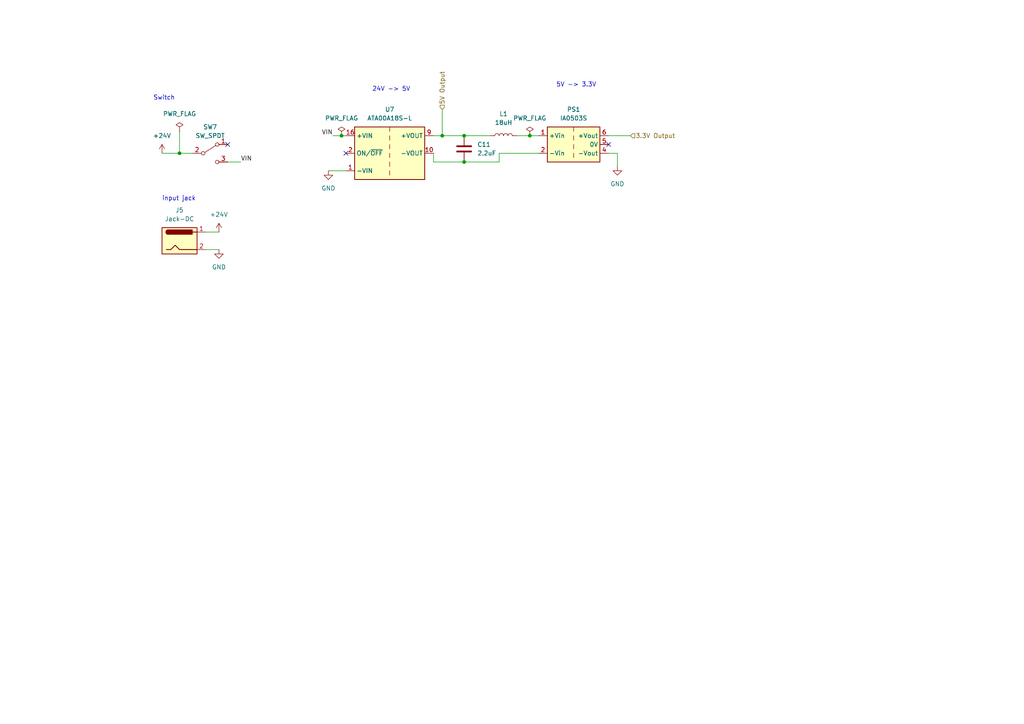
<source format=kicad_sch>
(kicad_sch (version 20211123) (generator eeschema)

  (uuid 5a8461ac-757d-4c57-923c-d8ce29e7ea2d)

  (paper "A4")

  (lib_symbols
    (symbol "+24V_1" (power) (pin_names (offset 0)) (in_bom yes) (on_board yes)
      (property "Reference" "#PWR" (id 0) (at 0 -3.81 0)
        (effects (font (size 1.27 1.27)) hide)
      )
      (property "Value" "+24V_1" (id 1) (at 0 3.556 0)
        (effects (font (size 1.27 1.27)))
      )
      (property "Footprint" "" (id 2) (at 0 0 0)
        (effects (font (size 1.27 1.27)) hide)
      )
      (property "Datasheet" "" (id 3) (at 0 0 0)
        (effects (font (size 1.27 1.27)) hide)
      )
      (property "ki_keywords" "global power" (id 4) (at 0 0 0)
        (effects (font (size 1.27 1.27)) hide)
      )
      (property "ki_description" "Power symbol creates a global label with name \"+24V\"" (id 5) (at 0 0 0)
        (effects (font (size 1.27 1.27)) hide)
      )
      (symbol "+24V_1_0_1"
        (polyline
          (pts
            (xy -0.762 1.27)
            (xy 0 2.54)
          )
          (stroke (width 0) (type default) (color 0 0 0 0))
          (fill (type none))
        )
        (polyline
          (pts
            (xy 0 0)
            (xy 0 2.54)
          )
          (stroke (width 0) (type default) (color 0 0 0 0))
          (fill (type none))
        )
        (polyline
          (pts
            (xy 0 2.54)
            (xy 0.762 1.27)
          )
          (stroke (width 0) (type default) (color 0 0 0 0))
          (fill (type none))
        )
      )
      (symbol "+24V_1_1_1"
        (pin power_in line (at 0 0 90) (length 0) hide
          (name "+24V" (effects (font (size 1.27 1.27))))
          (number "1" (effects (font (size 1.27 1.27))))
        )
      )
    )
    (symbol "Connector:Jack-DC" (pin_names (offset 1.016)) (in_bom yes) (on_board yes)
      (property "Reference" "J" (id 0) (at 0 5.334 0)
        (effects (font (size 1.27 1.27)))
      )
      (property "Value" "Jack-DC" (id 1) (at 0 -5.08 0)
        (effects (font (size 1.27 1.27)))
      )
      (property "Footprint" "" (id 2) (at 1.27 -1.016 0)
        (effects (font (size 1.27 1.27)) hide)
      )
      (property "Datasheet" "~" (id 3) (at 1.27 -1.016 0)
        (effects (font (size 1.27 1.27)) hide)
      )
      (property "ki_keywords" "DC power barrel jack connector" (id 4) (at 0 0 0)
        (effects (font (size 1.27 1.27)) hide)
      )
      (property "ki_description" "DC Barrel Jack" (id 5) (at 0 0 0)
        (effects (font (size 1.27 1.27)) hide)
      )
      (property "ki_fp_filters" "BarrelJack*" (id 6) (at 0 0 0)
        (effects (font (size 1.27 1.27)) hide)
      )
      (symbol "Jack-DC_0_1"
        (rectangle (start -5.08 3.81) (end 5.08 -3.81)
          (stroke (width 0.254) (type default) (color 0 0 0 0))
          (fill (type background))
        )
        (arc (start -3.302 3.175) (mid -3.937 2.54) (end -3.302 1.905)
          (stroke (width 0.254) (type default) (color 0 0 0 0))
          (fill (type none))
        )
        (arc (start -3.302 3.175) (mid -3.937 2.54) (end -3.302 1.905)
          (stroke (width 0.254) (type default) (color 0 0 0 0))
          (fill (type outline))
        )
        (polyline
          (pts
            (xy 5.08 2.54)
            (xy 3.81 2.54)
          )
          (stroke (width 0.254) (type default) (color 0 0 0 0))
          (fill (type none))
        )
        (polyline
          (pts
            (xy -3.81 -2.54)
            (xy -2.54 -2.54)
            (xy -1.27 -1.27)
            (xy 0 -2.54)
            (xy 2.54 -2.54)
            (xy 5.08 -2.54)
          )
          (stroke (width 0.254) (type default) (color 0 0 0 0))
          (fill (type none))
        )
        (rectangle (start 3.683 3.175) (end -3.302 1.905)
          (stroke (width 0.254) (type default) (color 0 0 0 0))
          (fill (type outline))
        )
      )
      (symbol "Jack-DC_1_1"
        (pin passive line (at 7.62 2.54 180) (length 2.54)
          (name "~" (effects (font (size 1.27 1.27))))
          (number "1" (effects (font (size 1.27 1.27))))
        )
        (pin passive line (at 7.62 -2.54 180) (length 2.54)
          (name "~" (effects (font (size 1.27 1.27))))
          (number "2" (effects (font (size 1.27 1.27))))
        )
      )
    )
    (symbol "Converter_DCDC:ATA00A18S-L" (in_bom yes) (on_board yes)
      (property "Reference" "U" (id 0) (at 0 11.43 0)
        (effects (font (size 1.27 1.27)))
      )
      (property "Value" "ATA00A18S-L" (id 1) (at 0 8.89 0)
        (effects (font (size 1.27 1.27)))
      )
      (property "Footprint" "Converter_DCDC:Converter_DCDC_Artesyn_ATA_SMD" (id 2) (at 0 -8.89 0)
        (effects (font (size 1.27 1.27) italic) hide)
      )
      (property "Datasheet" "https://www.artesyn.com/power/assets/ata_series_ds_01apr2015_79c25814fd.pdf" (id 3) (at 0 -11.43 0)
        (effects (font (size 1.27 1.27)) hide)
      )
      (property "ki_keywords" "DC/DC converter single" (id 4) (at 0 0 0)
        (effects (font (size 1.27 1.27)) hide)
      )
      (property "ki_description" "Artesyn 3W Isolated DC/DC Converter Module, 5V Output Voltage, 9-36V Input Voltage" (id 5) (at 0 0 0)
        (effects (font (size 1.27 1.27)) hide)
      )
      (property "ki_fp_filters" "*Artesyn*ATA*SMD*" (id 6) (at 0 0 0)
        (effects (font (size 1.27 1.27)) hide)
      )
      (symbol "ATA00A18S-L_0_1"
        (rectangle (start -10.16 7.62) (end 10.16 -7.62)
          (stroke (width 0.254) (type default) (color 0 0 0 0))
          (fill (type background))
        )
        (polyline
          (pts
            (xy 0 -5.08)
            (xy 0 -6.35)
          )
          (stroke (width 0) (type default) (color 0 0 0 0))
          (fill (type none))
        )
        (polyline
          (pts
            (xy 0 -2.54)
            (xy 0 -3.81)
          )
          (stroke (width 0) (type default) (color 0 0 0 0))
          (fill (type none))
        )
        (polyline
          (pts
            (xy 0 0)
            (xy 0 -1.27)
          )
          (stroke (width 0) (type default) (color 0 0 0 0))
          (fill (type none))
        )
        (polyline
          (pts
            (xy 0 2.54)
            (xy 0 1.27)
          )
          (stroke (width 0) (type default) (color 0 0 0 0))
          (fill (type none))
        )
        (polyline
          (pts
            (xy 0 5.08)
            (xy 0 3.81)
          )
          (stroke (width 0) (type default) (color 0 0 0 0))
          (fill (type none))
        )
        (polyline
          (pts
            (xy 0 7.62)
            (xy 0 6.35)
          )
          (stroke (width 0) (type default) (color 0 0 0 0))
          (fill (type none))
        )
      )
      (symbol "ATA00A18S-L_1_1"
        (pin power_in line (at -12.7 -5.08 0) (length 2.54)
          (name "-VIN" (effects (font (size 1.27 1.27))))
          (number "1" (effects (font (size 1.27 1.27))))
        )
        (pin power_out line (at 12.7 0 180) (length 2.54)
          (name "-VOUT" (effects (font (size 1.27 1.27))))
          (number "10" (effects (font (size 1.27 1.27))))
        )
        (pin power_in line (at -12.7 5.08 0) (length 2.54)
          (name "+VIN" (effects (font (size 1.27 1.27))))
          (number "16" (effects (font (size 1.27 1.27))))
        )
        (pin input line (at -12.7 0 0) (length 2.54)
          (name "ON/~{OFF}" (effects (font (size 1.27 1.27))))
          (number "2" (effects (font (size 1.27 1.27))))
        )
        (pin no_connect line (at 10.16 -2.54 180) (length 2.54) hide
          (name "NC" (effects (font (size 1.27 1.27))))
          (number "7" (effects (font (size 1.27 1.27))))
        )
        (pin no_connect line (at 10.16 -5.08 180) (length 2.54) hide
          (name "NC" (effects (font (size 1.27 1.27))))
          (number "8" (effects (font (size 1.27 1.27))))
        )
        (pin power_out line (at 12.7 5.08 180) (length 2.54)
          (name "+VOUT" (effects (font (size 1.27 1.27))))
          (number "9" (effects (font (size 1.27 1.27))))
        )
      )
    )
    (symbol "Converter_DCDC:IA0503S" (in_bom yes) (on_board yes)
      (property "Reference" "PS" (id 0) (at -7.62 6.35 0)
        (effects (font (size 1.27 1.27)) (justify left))
      )
      (property "Value" "IA0503S" (id 1) (at 1.27 6.35 0)
        (effects (font (size 1.27 1.27)) (justify left))
      )
      (property "Footprint" "Converter_DCDC:Converter_DCDC_XP_POWER-IAxxxxS_THT" (id 2) (at -26.67 -6.35 0)
        (effects (font (size 1.27 1.27)) (justify left) hide)
      )
      (property "Datasheet" "https://www.xppower.com/pdfs/SF_IA.pdf" (id 3) (at 26.67 -7.62 0)
        (effects (font (size 1.27 1.27)) (justify left) hide)
      )
      (property "ki_keywords" "XP_POWER DC/DC isolated Converter module" (id 4) (at 0 0 0)
        (effects (font (size 1.27 1.27)) hide)
      )
      (property "ki_description" "XP Power 1W, 1000 VDC Isolated DC/DC Converter Module, Dual Output Voltage ±3.3V, ±151mA, 5V Input Voltage, SIP" (id 5) (at 0 0 0)
        (effects (font (size 1.27 1.27)) hide)
      )
      (property "ki_fp_filters" "*XP?POWER?IAxxxxS*" (id 6) (at 0 0 0)
        (effects (font (size 1.27 1.27)) hide)
      )
      (symbol "IA0503S_0_0"
        (pin power_in line (at -10.16 2.54 0) (length 2.54)
          (name "+Vin" (effects (font (size 1.27 1.27))))
          (number "1" (effects (font (size 1.27 1.27))))
        )
        (pin power_in line (at -10.16 -2.54 0) (length 2.54)
          (name "-Vin" (effects (font (size 1.27 1.27))))
          (number "2" (effects (font (size 1.27 1.27))))
        )
        (pin power_out line (at 10.16 -2.54 180) (length 2.54)
          (name "-Vout" (effects (font (size 1.27 1.27))))
          (number "4" (effects (font (size 1.27 1.27))))
        )
        (pin power_out line (at 10.16 0 180) (length 2.54)
          (name "0V" (effects (font (size 1.27 1.27))))
          (number "5" (effects (font (size 1.27 1.27))))
        )
        (pin power_out line (at 10.16 2.54 180) (length 2.54)
          (name "+Vout" (effects (font (size 1.27 1.27))))
          (number "6" (effects (font (size 1.27 1.27))))
        )
      )
      (symbol "IA0503S_0_1"
        (rectangle (start -7.62 5.08) (end 7.62 -5.08)
          (stroke (width 0.254) (type default) (color 0 0 0 0))
          (fill (type background))
        )
        (polyline
          (pts
            (xy 0 -2.54)
            (xy 0 -3.81)
          )
          (stroke (width 0) (type default) (color 0 0 0 0))
          (fill (type none))
        )
        (polyline
          (pts
            (xy 0 0)
            (xy 0 -1.27)
          )
          (stroke (width 0) (type default) (color 0 0 0 0))
          (fill (type none))
        )
        (polyline
          (pts
            (xy 0 2.54)
            (xy 0 1.27)
          )
          (stroke (width 0) (type default) (color 0 0 0 0))
          (fill (type none))
        )
        (polyline
          (pts
            (xy 0 5.08)
            (xy 0 3.81)
          )
          (stroke (width 0) (type default) (color 0 0 0 0))
          (fill (type none))
        )
      )
    )
    (symbol "Device:C" (pin_numbers hide) (pin_names (offset 0.254)) (in_bom yes) (on_board yes)
      (property "Reference" "C" (id 0) (at 0.635 2.54 0)
        (effects (font (size 1.27 1.27)) (justify left))
      )
      (property "Value" "C" (id 1) (at 0.635 -2.54 0)
        (effects (font (size 1.27 1.27)) (justify left))
      )
      (property "Footprint" "" (id 2) (at 0.9652 -3.81 0)
        (effects (font (size 1.27 1.27)) hide)
      )
      (property "Datasheet" "~" (id 3) (at 0 0 0)
        (effects (font (size 1.27 1.27)) hide)
      )
      (property "ki_keywords" "cap capacitor" (id 4) (at 0 0 0)
        (effects (font (size 1.27 1.27)) hide)
      )
      (property "ki_description" "Unpolarized capacitor" (id 5) (at 0 0 0)
        (effects (font (size 1.27 1.27)) hide)
      )
      (property "ki_fp_filters" "C_*" (id 6) (at 0 0 0)
        (effects (font (size 1.27 1.27)) hide)
      )
      (symbol "C_0_1"
        (polyline
          (pts
            (xy -2.032 -0.762)
            (xy 2.032 -0.762)
          )
          (stroke (width 0.508) (type default) (color 0 0 0 0))
          (fill (type none))
        )
        (polyline
          (pts
            (xy -2.032 0.762)
            (xy 2.032 0.762)
          )
          (stroke (width 0.508) (type default) (color 0 0 0 0))
          (fill (type none))
        )
      )
      (symbol "C_1_1"
        (pin passive line (at 0 3.81 270) (length 2.794)
          (name "~" (effects (font (size 1.27 1.27))))
          (number "1" (effects (font (size 1.27 1.27))))
        )
        (pin passive line (at 0 -3.81 90) (length 2.794)
          (name "~" (effects (font (size 1.27 1.27))))
          (number "2" (effects (font (size 1.27 1.27))))
        )
      )
    )
    (symbol "Device:L" (pin_numbers hide) (pin_names (offset 1.016) hide) (in_bom yes) (on_board yes)
      (property "Reference" "L" (id 0) (at -1.27 0 90)
        (effects (font (size 1.27 1.27)))
      )
      (property "Value" "L" (id 1) (at 1.905 0 90)
        (effects (font (size 1.27 1.27)))
      )
      (property "Footprint" "" (id 2) (at 0 0 0)
        (effects (font (size 1.27 1.27)) hide)
      )
      (property "Datasheet" "~" (id 3) (at 0 0 0)
        (effects (font (size 1.27 1.27)) hide)
      )
      (property "ki_keywords" "inductor choke coil reactor magnetic" (id 4) (at 0 0 0)
        (effects (font (size 1.27 1.27)) hide)
      )
      (property "ki_description" "Inductor" (id 5) (at 0 0 0)
        (effects (font (size 1.27 1.27)) hide)
      )
      (property "ki_fp_filters" "Choke_* *Coil* Inductor_* L_*" (id 6) (at 0 0 0)
        (effects (font (size 1.27 1.27)) hide)
      )
      (symbol "L_0_1"
        (arc (start 0 -2.54) (mid 0.635 -1.905) (end 0 -1.27)
          (stroke (width 0) (type default) (color 0 0 0 0))
          (fill (type none))
        )
        (arc (start 0 -1.27) (mid 0.635 -0.635) (end 0 0)
          (stroke (width 0) (type default) (color 0 0 0 0))
          (fill (type none))
        )
        (arc (start 0 0) (mid 0.635 0.635) (end 0 1.27)
          (stroke (width 0) (type default) (color 0 0 0 0))
          (fill (type none))
        )
        (arc (start 0 1.27) (mid 0.635 1.905) (end 0 2.54)
          (stroke (width 0) (type default) (color 0 0 0 0))
          (fill (type none))
        )
      )
      (symbol "L_1_1"
        (pin passive line (at 0 3.81 270) (length 1.27)
          (name "1" (effects (font (size 1.27 1.27))))
          (number "1" (effects (font (size 1.27 1.27))))
        )
        (pin passive line (at 0 -3.81 90) (length 1.27)
          (name "2" (effects (font (size 1.27 1.27))))
          (number "2" (effects (font (size 1.27 1.27))))
        )
      )
    )
    (symbol "Switch:SW_SPDT" (pin_names (offset 0) hide) (in_bom yes) (on_board yes)
      (property "Reference" "SW" (id 0) (at 0 4.318 0)
        (effects (font (size 1.27 1.27)))
      )
      (property "Value" "SW_SPDT" (id 1) (at 0 -5.08 0)
        (effects (font (size 1.27 1.27)))
      )
      (property "Footprint" "" (id 2) (at 0 0 0)
        (effects (font (size 1.27 1.27)) hide)
      )
      (property "Datasheet" "~" (id 3) (at 0 0 0)
        (effects (font (size 1.27 1.27)) hide)
      )
      (property "ki_keywords" "switch single-pole double-throw spdt ON-ON" (id 4) (at 0 0 0)
        (effects (font (size 1.27 1.27)) hide)
      )
      (property "ki_description" "Switch, single pole double throw" (id 5) (at 0 0 0)
        (effects (font (size 1.27 1.27)) hide)
      )
      (symbol "SW_SPDT_0_0"
        (circle (center -2.032 0) (radius 0.508)
          (stroke (width 0) (type default) (color 0 0 0 0))
          (fill (type none))
        )
        (circle (center 2.032 -2.54) (radius 0.508)
          (stroke (width 0) (type default) (color 0 0 0 0))
          (fill (type none))
        )
      )
      (symbol "SW_SPDT_0_1"
        (polyline
          (pts
            (xy -1.524 0.254)
            (xy 1.651 2.286)
          )
          (stroke (width 0) (type default) (color 0 0 0 0))
          (fill (type none))
        )
        (circle (center 2.032 2.54) (radius 0.508)
          (stroke (width 0) (type default) (color 0 0 0 0))
          (fill (type none))
        )
      )
      (symbol "SW_SPDT_1_1"
        (pin passive line (at 5.08 2.54 180) (length 2.54)
          (name "A" (effects (font (size 1.27 1.27))))
          (number "1" (effects (font (size 1.27 1.27))))
        )
        (pin passive line (at -5.08 0 0) (length 2.54)
          (name "B" (effects (font (size 1.27 1.27))))
          (number "2" (effects (font (size 1.27 1.27))))
        )
        (pin passive line (at 5.08 -2.54 180) (length 2.54)
          (name "C" (effects (font (size 1.27 1.27))))
          (number "3" (effects (font (size 1.27 1.27))))
        )
      )
    )
    (symbol "power:+24V" (power) (pin_names (offset 0)) (in_bom yes) (on_board yes)
      (property "Reference" "#PWR" (id 0) (at 0 -3.81 0)
        (effects (font (size 1.27 1.27)) hide)
      )
      (property "Value" "+24V" (id 1) (at 0 3.556 0)
        (effects (font (size 1.27 1.27)))
      )
      (property "Footprint" "" (id 2) (at 0 0 0)
        (effects (font (size 1.27 1.27)) hide)
      )
      (property "Datasheet" "" (id 3) (at 0 0 0)
        (effects (font (size 1.27 1.27)) hide)
      )
      (property "ki_keywords" "power-flag" (id 4) (at 0 0 0)
        (effects (font (size 1.27 1.27)) hide)
      )
      (property "ki_description" "Power symbol creates a global label with name \"+24V\"" (id 5) (at 0 0 0)
        (effects (font (size 1.27 1.27)) hide)
      )
      (symbol "+24V_0_1"
        (polyline
          (pts
            (xy -0.762 1.27)
            (xy 0 2.54)
          )
          (stroke (width 0) (type default) (color 0 0 0 0))
          (fill (type none))
        )
        (polyline
          (pts
            (xy 0 0)
            (xy 0 2.54)
          )
          (stroke (width 0) (type default) (color 0 0 0 0))
          (fill (type none))
        )
        (polyline
          (pts
            (xy 0 2.54)
            (xy 0.762 1.27)
          )
          (stroke (width 0) (type default) (color 0 0 0 0))
          (fill (type none))
        )
      )
      (symbol "+24V_1_1"
        (pin power_in line (at 0 0 90) (length 0) hide
          (name "+24V" (effects (font (size 1.27 1.27))))
          (number "1" (effects (font (size 1.27 1.27))))
        )
      )
    )
    (symbol "power:GND" (power) (pin_names (offset 0)) (in_bom yes) (on_board yes)
      (property "Reference" "#PWR" (id 0) (at 0 -6.35 0)
        (effects (font (size 1.27 1.27)) hide)
      )
      (property "Value" "GND" (id 1) (at 0 -3.81 0)
        (effects (font (size 1.27 1.27)))
      )
      (property "Footprint" "" (id 2) (at 0 0 0)
        (effects (font (size 1.27 1.27)) hide)
      )
      (property "Datasheet" "" (id 3) (at 0 0 0)
        (effects (font (size 1.27 1.27)) hide)
      )
      (property "ki_keywords" "power-flag" (id 4) (at 0 0 0)
        (effects (font (size 1.27 1.27)) hide)
      )
      (property "ki_description" "Power symbol creates a global label with name \"GND\" , ground" (id 5) (at 0 0 0)
        (effects (font (size 1.27 1.27)) hide)
      )
      (symbol "GND_0_1"
        (polyline
          (pts
            (xy 0 0)
            (xy 0 -1.27)
            (xy 1.27 -1.27)
            (xy 0 -2.54)
            (xy -1.27 -1.27)
            (xy 0 -1.27)
          )
          (stroke (width 0) (type default) (color 0 0 0 0))
          (fill (type none))
        )
      )
      (symbol "GND_1_1"
        (pin power_in line (at 0 0 270) (length 0) hide
          (name "GND" (effects (font (size 1.27 1.27))))
          (number "1" (effects (font (size 1.27 1.27))))
        )
      )
    )
    (symbol "power:PWR_FLAG" (power) (pin_numbers hide) (pin_names (offset 0) hide) (in_bom yes) (on_board yes)
      (property "Reference" "#FLG" (id 0) (at 0 1.905 0)
        (effects (font (size 1.27 1.27)) hide)
      )
      (property "Value" "PWR_FLAG" (id 1) (at 0 3.81 0)
        (effects (font (size 1.27 1.27)))
      )
      (property "Footprint" "" (id 2) (at 0 0 0)
        (effects (font (size 1.27 1.27)) hide)
      )
      (property "Datasheet" "~" (id 3) (at 0 0 0)
        (effects (font (size 1.27 1.27)) hide)
      )
      (property "ki_keywords" "flag power" (id 4) (at 0 0 0)
        (effects (font (size 1.27 1.27)) hide)
      )
      (property "ki_description" "Special symbol for telling ERC where power comes from" (id 5) (at 0 0 0)
        (effects (font (size 1.27 1.27)) hide)
      )
      (symbol "PWR_FLAG_0_0"
        (pin power_out line (at 0 0 90) (length 0)
          (name "pwr" (effects (font (size 1.27 1.27))))
          (number "1" (effects (font (size 1.27 1.27))))
        )
      )
      (symbol "PWR_FLAG_0_1"
        (polyline
          (pts
            (xy 0 0)
            (xy 0 1.27)
            (xy -1.016 1.905)
            (xy 0 2.54)
            (xy 1.016 1.905)
            (xy 0 1.27)
          )
          (stroke (width 0) (type default) (color 0 0 0 0))
          (fill (type none))
        )
      )
    )
  )

  (junction (at 128.27 39.37) (diameter 0) (color 0 0 0 0)
    (uuid 176eac3c-63bb-4f0d-9680-6ea8904a1464)
  )
  (junction (at 153.67 39.37) (diameter 0) (color 0 0 0 0)
    (uuid 5379654d-a51d-4851-b525-a9c30675e482)
  )
  (junction (at 99.06 39.37) (diameter 0) (color 0 0 0 0)
    (uuid 5bf9cdef-4802-4860-bedc-a09e9ca13f69)
  )
  (junction (at 134.62 39.37) (diameter 0) (color 0 0 0 0)
    (uuid 712626ec-4ec7-43c6-b4e7-63e0cb823979)
  )
  (junction (at 134.62 46.99) (diameter 0) (color 0 0 0 0)
    (uuid cafab64e-393e-4297-a299-5495d2825860)
  )
  (junction (at 52.07 44.45) (diameter 0) (color 0 0 0 0)
    (uuid ff39523a-d6fe-460c-89b8-0c56680ab348)
  )

  (no_connect (at 66.04 41.91) (uuid 3e06ae08-7664-4f8b-996c-101aac8b0b63))
  (no_connect (at 100.33 44.45) (uuid bb319a3e-761a-450c-8050-fbfd34b0ac42))
  (no_connect (at 176.53 41.91) (uuid dc4e130a-21b1-48c2-8e3d-f7549bb34877))

  (wire (pts (xy 125.73 46.99) (xy 125.73 44.45))
    (stroke (width 0) (type default) (color 0 0 0 0))
    (uuid 0f366fa2-d0b2-42da-9cf0-5ae7e7d725f0)
  )
  (wire (pts (xy 128.27 31.75) (xy 128.27 39.37))
    (stroke (width 0) (type default) (color 0 0 0 0))
    (uuid 172f3583-cb17-4163-a967-c41d3827ed2e)
  )
  (wire (pts (xy 46.99 44.45) (xy 52.07 44.45))
    (stroke (width 0) (type default) (color 0 0 0 0))
    (uuid 1a5a8daf-03fd-496c-8f48-388e7f928318)
  )
  (wire (pts (xy 134.62 39.37) (xy 142.24 39.37))
    (stroke (width 0) (type default) (color 0 0 0 0))
    (uuid 1ce28cde-d2ea-41a7-a59b-a9a2ac147d9d)
  )
  (wire (pts (xy 144.78 44.45) (xy 144.78 46.99))
    (stroke (width 0) (type default) (color 0 0 0 0))
    (uuid 1d924cbe-8558-4c47-aa73-886882f0c851)
  )
  (wire (pts (xy 176.53 44.45) (xy 179.07 44.45))
    (stroke (width 0) (type default) (color 0 0 0 0))
    (uuid 244718a8-9e80-43f0-9bff-40faba770bf2)
  )
  (wire (pts (xy 125.73 39.37) (xy 128.27 39.37))
    (stroke (width 0) (type default) (color 0 0 0 0))
    (uuid 2b2941ad-b607-4318-ba35-89e595e957dd)
  )
  (wire (pts (xy 134.62 46.99) (xy 125.73 46.99))
    (stroke (width 0) (type default) (color 0 0 0 0))
    (uuid 2e87f999-9e25-47cf-93e5-3ad8e44bdf06)
  )
  (wire (pts (xy 153.67 39.37) (xy 156.21 39.37))
    (stroke (width 0) (type default) (color 0 0 0 0))
    (uuid 3a947126-659b-40f8-83e4-e55ac085056e)
  )
  (wire (pts (xy 96.52 39.37) (xy 99.06 39.37))
    (stroke (width 0) (type default) (color 0 0 0 0))
    (uuid 492b1d98-171c-43ca-8a1f-d2c2fd487099)
  )
  (wire (pts (xy 52.07 44.45) (xy 55.88 44.45))
    (stroke (width 0) (type default) (color 0 0 0 0))
    (uuid 5ca9f64c-1ed1-404b-9fc5-2a658771aadf)
  )
  (wire (pts (xy 179.07 44.45) (xy 179.07 48.26))
    (stroke (width 0) (type default) (color 0 0 0 0))
    (uuid 6071132c-07fb-4d91-ac24-dd88fc64533a)
  )
  (wire (pts (xy 66.04 46.99) (xy 69.85 46.99))
    (stroke (width 0) (type default) (color 0 0 0 0))
    (uuid 67b4db4c-fe5f-46d5-adbd-b3d088e712bc)
  )
  (wire (pts (xy 144.78 46.99) (xy 134.62 46.99))
    (stroke (width 0) (type default) (color 0 0 0 0))
    (uuid 989bdc10-0d8b-4f41-8fe3-b431dce60284)
  )
  (wire (pts (xy 149.86 39.37) (xy 153.67 39.37))
    (stroke (width 0) (type default) (color 0 0 0 0))
    (uuid a9b07f39-6325-4ed6-b90c-4a52bf3f1c93)
  )
  (wire (pts (xy 156.21 44.45) (xy 144.78 44.45))
    (stroke (width 0) (type default) (color 0 0 0 0))
    (uuid b4e1aa5d-bccc-4010-81db-c538a7244e44)
  )
  (wire (pts (xy 59.69 67.31) (xy 63.5 67.31))
    (stroke (width 0) (type default) (color 0 0 0 0))
    (uuid bd18963c-b4c9-4caa-a07a-e9000c9d2148)
  )
  (wire (pts (xy 59.69 72.39) (xy 63.5 72.39))
    (stroke (width 0) (type default) (color 0 0 0 0))
    (uuid bd2567bb-819f-4891-89ec-6d41a8c08809)
  )
  (wire (pts (xy 176.53 39.37) (xy 182.88 39.37))
    (stroke (width 0) (type default) (color 0 0 0 0))
    (uuid c120e901-24f0-4f43-96a0-befd2f20033f)
  )
  (wire (pts (xy 52.07 38.1) (xy 52.07 44.45))
    (stroke (width 0) (type default) (color 0 0 0 0))
    (uuid c550dcc1-9482-4b58-955c-fe755d1c8449)
  )
  (wire (pts (xy 99.06 39.37) (xy 100.33 39.37))
    (stroke (width 0) (type default) (color 0 0 0 0))
    (uuid c8262388-891e-40e9-be89-4982b345c8b2)
  )
  (wire (pts (xy 95.25 49.53) (xy 100.33 49.53))
    (stroke (width 0) (type default) (color 0 0 0 0))
    (uuid d15472fd-d53a-4a08-abfc-5f095e68d84f)
  )
  (wire (pts (xy 128.27 39.37) (xy 134.62 39.37))
    (stroke (width 0) (type default) (color 0 0 0 0))
    (uuid deea339a-25a7-438c-99fe-daedc72c5bd4)
  )

  (text "5V -> 3.3V" (at 161.29 25.4 0)
    (effects (font (size 1.27 1.27)) (justify left bottom))
    (uuid 31dae483-bf16-4fed-9bcc-a1f8baaa5349)
  )
  (text "input jack" (at 46.99 58.42 0)
    (effects (font (size 1.27 1.27)) (justify left bottom))
    (uuid 41d383e7-f6a0-4244-a645-4423d788e71e)
  )
  (text "Switch" (at 44.45 29.21 0)
    (effects (font (size 1.27 1.27)) (justify left bottom))
    (uuid 883797ca-19c7-4cc8-80fc-dd78ed15025a)
  )
  (text "24V -> 5V" (at 107.95 26.67 0)
    (effects (font (size 1.27 1.27)) (justify left bottom))
    (uuid c8698168-f138-4a70-8935-3bc784518d26)
  )

  (label "VIN" (at 96.52 39.37 180)
    (effects (font (size 1.27 1.27)) (justify right bottom))
    (uuid 4750df88-4445-4d41-9aca-82b53121b9c2)
  )
  (label "VIN" (at 69.85 46.99 0)
    (effects (font (size 1.27 1.27)) (justify left bottom))
    (uuid 6e59c677-bc0c-45fa-be73-209da4399efa)
  )

  (hierarchical_label "3.3V Output" (shape input) (at 182.88 39.37 0)
    (effects (font (size 1.27 1.27)) (justify left))
    (uuid 1682f4fc-d370-4a9b-b01e-1f05af66b480)
  )
  (hierarchical_label "5V Output" (shape input) (at 128.27 31.75 90)
    (effects (font (size 1.27 1.27)) (justify left))
    (uuid 592e4ef8-57a1-4adc-a0a7-5165e6a340d9)
  )

  (symbol (lib_id "power:PWR_FLAG") (at 153.67 39.37 0) (unit 1)
    (in_bom yes) (on_board yes) (fields_autoplaced)
    (uuid 264379c7-e77a-418f-9558-1343cd4adadd)
    (property "Reference" "#FLG0101" (id 0) (at 153.67 37.465 0)
      (effects (font (size 1.27 1.27)) hide)
    )
    (property "Value" "PWR_FLAG" (id 1) (at 153.67 34.29 0))
    (property "Footprint" "" (id 2) (at 153.67 39.37 0)
      (effects (font (size 1.27 1.27)) hide)
    )
    (property "Datasheet" "~" (id 3) (at 153.67 39.37 0)
      (effects (font (size 1.27 1.27)) hide)
    )
    (pin "1" (uuid b8de38df-9747-494c-9156-87e981f275ae))
  )

  (symbol (lib_id "Device:C") (at 134.62 43.18 0) (unit 1)
    (in_bom yes) (on_board yes) (fields_autoplaced)
    (uuid 345ec991-729d-4860-a9f8-10bfd759dc9e)
    (property "Reference" "C11" (id 0) (at 138.43 41.9099 0)
      (effects (font (size 1.27 1.27)) (justify left))
    )
    (property "Value" "2.2uF" (id 1) (at 138.43 44.4499 0)
      (effects (font (size 1.27 1.27)) (justify left))
    )
    (property "Footprint" "Capacitor_SMD:C_0402_1005Metric" (id 2) (at 135.5852 46.99 0)
      (effects (font (size 1.27 1.27)) hide)
    )
    (property "Datasheet" "~" (id 3) (at 134.62 43.18 0)
      (effects (font (size 1.27 1.27)) hide)
    )
    (pin "1" (uuid 96b70e00-7590-4e09-a7b2-21ba3e245034))
    (pin "2" (uuid 7f95a58e-fd89-4e82-9ac9-e41995dc50cd))
  )

  (symbol (lib_id "Converter_DCDC:ATA00A18S-L") (at 113.03 44.45 0) (unit 1)
    (in_bom yes) (on_board yes) (fields_autoplaced)
    (uuid 374b6c2a-f9b0-48f7-a907-410dc1a2bbd8)
    (property "Reference" "U7" (id 0) (at 113.03 31.75 0))
    (property "Value" "ATA00A18S-L" (id 1) (at 113.03 34.29 0))
    (property "Footprint" "Converter_DCDC:Converter_DCDC_Artesyn_ATA_SMD" (id 2) (at 113.03 53.34 0)
      (effects (font (size 1.27 1.27) italic) hide)
    )
    (property "Datasheet" "https://www.artesyn.com/power/assets/ata_series_ds_01apr2015_79c25814fd.pdf" (id 3) (at 113.03 55.88 0)
      (effects (font (size 1.27 1.27)) hide)
    )
    (pin "1" (uuid 08d4db45-87cc-4dc4-a8d6-9b4b93c84249))
    (pin "10" (uuid 5ef4feb5-1004-4a8e-94fc-fabb78a5f595))
    (pin "16" (uuid b7f9bbf4-8738-4ba5-851f-22711ffe79aa))
    (pin "2" (uuid 91e9964d-33a3-492b-b80f-00304c63fb30))
    (pin "7" (uuid d8402c89-8a9e-4d06-8099-5d5cbda2c58f))
    (pin "8" (uuid 2ec47d83-a695-4bbf-b353-7176982d2996))
    (pin "9" (uuid 50635ef9-201d-485f-accb-963ae162173e))
  )

  (symbol (lib_id "power:+24V") (at 63.5 67.31 0) (unit 1)
    (in_bom yes) (on_board yes) (fields_autoplaced)
    (uuid 4270d559-26fe-45d8-8815-905c2a97f612)
    (property "Reference" "#PWR0101" (id 0) (at 63.5 71.12 0)
      (effects (font (size 1.27 1.27)) hide)
    )
    (property "Value" "+24V" (id 1) (at 63.5 62.23 0))
    (property "Footprint" "" (id 2) (at 63.5 67.31 0)
      (effects (font (size 1.27 1.27)) hide)
    )
    (property "Datasheet" "" (id 3) (at 63.5 67.31 0)
      (effects (font (size 1.27 1.27)) hide)
    )
    (pin "1" (uuid 50c97f16-a92c-4cc4-a8d5-0a6f084f46f0))
  )

  (symbol (lib_id "power:PWR_FLAG") (at 99.06 39.37 0) (unit 1)
    (in_bom yes) (on_board yes) (fields_autoplaced)
    (uuid 51751217-3b40-4c34-bd37-3bf9d0918300)
    (property "Reference" "#FLG0102" (id 0) (at 99.06 37.465 0)
      (effects (font (size 1.27 1.27)) hide)
    )
    (property "Value" "PWR_FLAG" (id 1) (at 99.06 34.29 0))
    (property "Footprint" "" (id 2) (at 99.06 39.37 0)
      (effects (font (size 1.27 1.27)) hide)
    )
    (property "Datasheet" "~" (id 3) (at 99.06 39.37 0)
      (effects (font (size 1.27 1.27)) hide)
    )
    (pin "1" (uuid 35925dd4-11fa-4731-a24a-ea5588cbe45d))
  )

  (symbol (lib_id "power:GND") (at 63.5 72.39 0) (unit 1)
    (in_bom yes) (on_board yes) (fields_autoplaced)
    (uuid 51b5fb70-5056-4722-87ae-8f1bb44e780a)
    (property "Reference" "#PWR0102" (id 0) (at 63.5 78.74 0)
      (effects (font (size 1.27 1.27)) hide)
    )
    (property "Value" "GND" (id 1) (at 63.5 77.47 0))
    (property "Footprint" "" (id 2) (at 63.5 72.39 0)
      (effects (font (size 1.27 1.27)) hide)
    )
    (property "Datasheet" "" (id 3) (at 63.5 72.39 0)
      (effects (font (size 1.27 1.27)) hide)
    )
    (pin "1" (uuid 9287a2c3-b2df-4873-a07b-1f804321a433))
  )

  (symbol (lib_id "Connector:Jack-DC") (at 52.07 69.85 0) (unit 1)
    (in_bom yes) (on_board yes) (fields_autoplaced)
    (uuid 97452b66-768a-40bd-8911-156d754adb3a)
    (property "Reference" "J5" (id 0) (at 52.07 60.96 0))
    (property "Value" "Jack-DC" (id 1) (at 52.07 63.5 0))
    (property "Footprint" "Connector_BarrelJack:BarrelJack_CUI_PJ-063AH_Horizontal_CircularHoles" (id 2) (at 53.34 70.866 0)
      (effects (font (size 1.27 1.27)) hide)
    )
    (property "Datasheet" "~" (id 3) (at 53.34 70.866 0)
      (effects (font (size 1.27 1.27)) hide)
    )
    (pin "1" (uuid d6b92052-37b5-4e90-bd3b-081a45c067df))
    (pin "2" (uuid 3d589f7c-530d-4ae5-ab70-fab7fb9184b2))
  )

  (symbol (lib_id "power:PWR_FLAG") (at 52.07 38.1 0) (unit 1)
    (in_bom yes) (on_board yes) (fields_autoplaced)
    (uuid b3cc1461-b3dc-41a6-85dc-bad477fb63e8)
    (property "Reference" "#FLG0104" (id 0) (at 52.07 36.195 0)
      (effects (font (size 1.27 1.27)) hide)
    )
    (property "Value" "PWR_FLAG" (id 1) (at 52.07 33.02 0))
    (property "Footprint" "" (id 2) (at 52.07 38.1 0)
      (effects (font (size 1.27 1.27)) hide)
    )
    (property "Datasheet" "~" (id 3) (at 52.07 38.1 0)
      (effects (font (size 1.27 1.27)) hide)
    )
    (pin "1" (uuid d7fff932-b3af-44ea-adb5-51faa1b3613a))
  )

  (symbol (lib_id "Device:L") (at 146.05 39.37 90) (unit 1)
    (in_bom yes) (on_board yes) (fields_autoplaced)
    (uuid bed6f2c3-5d95-4fe7-8cd0-1df4efae4130)
    (property "Reference" "L1" (id 0) (at 146.05 33.02 90))
    (property "Value" "18uH" (id 1) (at 146.05 35.56 90))
    (property "Footprint" "Inductor_SMD:L_0603_1608Metric" (id 2) (at 146.05 39.37 0)
      (effects (font (size 1.27 1.27)) hide)
    )
    (property "Datasheet" "~" (id 3) (at 146.05 39.37 0)
      (effects (font (size 1.27 1.27)) hide)
    )
    (pin "1" (uuid 9b95f92a-f411-4ea5-9da0-0395d976a9d3))
    (pin "2" (uuid 9b58fb12-9381-4b4d-84b4-05ba844a451a))
  )

  (symbol (lib_id "Switch:SW_SPDT") (at 60.96 44.45 0) (unit 1)
    (in_bom yes) (on_board yes) (fields_autoplaced)
    (uuid c04d1fba-3354-431e-b73d-22f44ba8a496)
    (property "Reference" "SW7" (id 0) (at 60.96 36.83 0))
    (property "Value" "SW_SPDT" (id 1) (at 60.96 39.37 0))
    (property "Footprint" "Button_Switch_THT:SW_Slide_1P2T_CK_OS102011MS2Q" (id 2) (at 60.96 44.45 0)
      (effects (font (size 1.27 1.27)) hide)
    )
    (property "Datasheet" "~" (id 3) (at 60.96 44.45 0)
      (effects (font (size 1.27 1.27)) hide)
    )
    (pin "1" (uuid 2f2f9d66-b28d-49c0-87f3-179901aaf8c1))
    (pin "2" (uuid 76461642-a29b-449c-a612-a6b76e838a81))
    (pin "3" (uuid d3bd656d-3326-48a4-9932-27c3f671e9a0))
  )

  (symbol (lib_id "power:GND") (at 95.25 49.53 0) (unit 1)
    (in_bom yes) (on_board yes) (fields_autoplaced)
    (uuid cf23fc8c-54c6-44e3-b63b-b083abf61b00)
    (property "Reference" "#PWR034" (id 0) (at 95.25 55.88 0)
      (effects (font (size 1.27 1.27)) hide)
    )
    (property "Value" "GND" (id 1) (at 95.25 54.61 0))
    (property "Footprint" "" (id 2) (at 95.25 49.53 0)
      (effects (font (size 1.27 1.27)) hide)
    )
    (property "Datasheet" "" (id 3) (at 95.25 49.53 0)
      (effects (font (size 1.27 1.27)) hide)
    )
    (pin "1" (uuid 935f07df-f012-4231-bfc8-f75d5a1b1614))
  )

  (symbol (lib_id "power:GND") (at 179.07 48.26 0) (unit 1)
    (in_bom yes) (on_board yes) (fields_autoplaced)
    (uuid d1fa5e2d-5856-476b-9d31-00c87d98f770)
    (property "Reference" "#PWR036" (id 0) (at 179.07 54.61 0)
      (effects (font (size 1.27 1.27)) hide)
    )
    (property "Value" "GND" (id 1) (at 179.07 53.34 0))
    (property "Footprint" "" (id 2) (at 179.07 48.26 0)
      (effects (font (size 1.27 1.27)) hide)
    )
    (property "Datasheet" "" (id 3) (at 179.07 48.26 0)
      (effects (font (size 1.27 1.27)) hide)
    )
    (pin "1" (uuid d77c1dff-0d77-4d2d-8693-3f1fe0884101))
  )

  (symbol (lib_id "Converter_DCDC:IA0503S") (at 166.37 41.91 0) (unit 1)
    (in_bom yes) (on_board yes) (fields_autoplaced)
    (uuid e3b9aae1-e8ac-486f-8c3f-c0e4dcbc5f67)
    (property "Reference" "PS1" (id 0) (at 166.37 31.75 0))
    (property "Value" "IA0503S" (id 1) (at 166.37 34.29 0))
    (property "Footprint" "Converter_DCDC:Converter_DCDC_XP_POWER-IAxxxxS_THT" (id 2) (at 139.7 48.26 0)
      (effects (font (size 1.27 1.27)) (justify left) hide)
    )
    (property "Datasheet" "https://www.xppower.com/pdfs/SF_IA.pdf" (id 3) (at 193.04 49.53 0)
      (effects (font (size 1.27 1.27)) (justify left) hide)
    )
    (pin "1" (uuid 62524101-65f2-4b3f-9f0a-eeb9db08efe2))
    (pin "2" (uuid 4cf98a6f-30ea-4f1d-8c02-f2b74cef934a))
    (pin "4" (uuid 50d9613c-56f2-4b21-a4b2-9ff704c49045))
    (pin "5" (uuid ac00e071-daff-4639-96e8-6691a70b9b93))
    (pin "6" (uuid f059ed89-8466-43e9-9d18-164f35415174))
  )

  (symbol (lib_name "+24V_1") (lib_id "power:+24V") (at 46.99 44.45 0) (unit 1)
    (in_bom yes) (on_board yes) (fields_autoplaced)
    (uuid e7260168-bd39-41bd-b061-621f98e1ff98)
    (property "Reference" "#PWR0104" (id 0) (at 46.99 48.26 0)
      (effects (font (size 1.27 1.27)) hide)
    )
    (property "Value" "+24V" (id 1) (at 46.99 39.37 0))
    (property "Footprint" "" (id 2) (at 46.99 44.45 0)
      (effects (font (size 1.27 1.27)) hide)
    )
    (property "Datasheet" "" (id 3) (at 46.99 44.45 0)
      (effects (font (size 1.27 1.27)) hide)
    )
    (pin "1" (uuid 236ef4fb-13e5-4aba-835f-9f523b85581b))
  )
)

</source>
